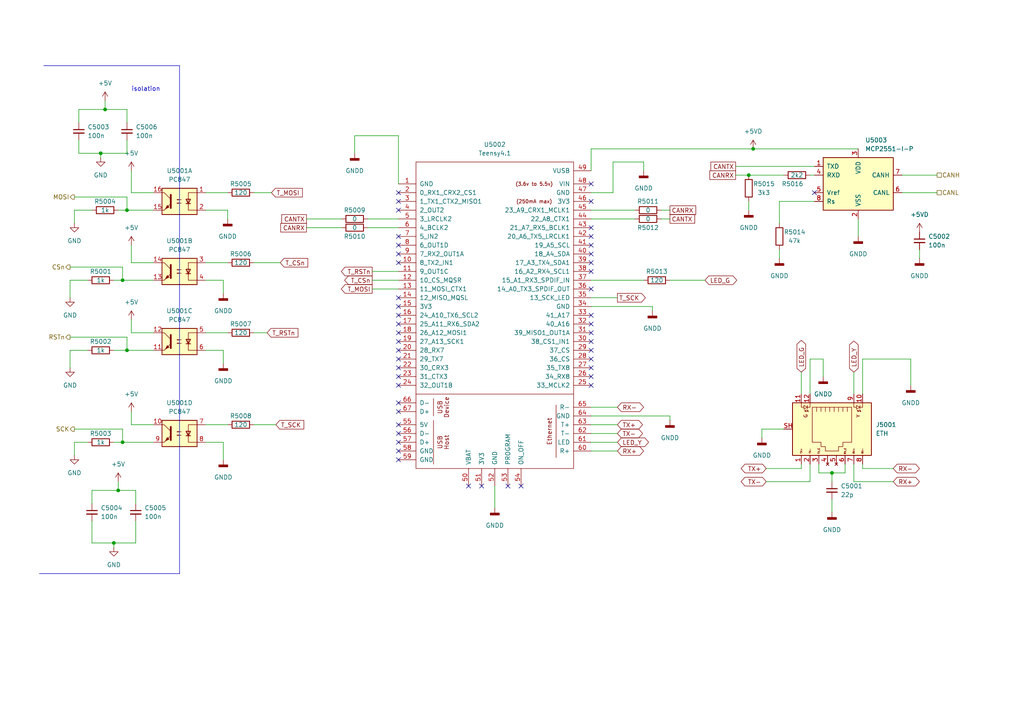
<source format=kicad_sch>
(kicad_sch (version 20231120) (generator "eeschema") (generator_version "8.0")
  (paper "A4")
  (lib_symbols
    (symbol "Device:C_Small" (pin_numbers hide) (pin_names (offset 0.254) hide)
      (property "Reference" "C" (at 0.254 1.778 0))
      (property "Value" "C_Small" (at 0.254 -2.032 0))
      (symbol "C_Small_0_1"
        (polyline (pts (xy -1.524 -0.508) (xy 1.524 -0.508)) (stroke (width 0.3302)))
        (polyline (pts (xy -1.524 0.508) (xy 1.524 0.508)) (stroke (width 0.3048)))
      )
      (symbol "C_Small_1_1"
        (pin passive line (at 0 2.54 270) (length 2.032) (name "~") (number "1"))
        (pin passive line (at 0 -2.54 90) (length 2.032) (name "~") (number "2"))
      )
    )
    (symbol "Device:R" (pin_numbers hide) (pin_names (offset 0))
      (property "Reference" "R" (at 2.032 0 90))
      (property "Value" "R" (at 0 0 90))
      (symbol "R_0_1"
        (rectangle (start -1.016 -2.54) (end 1.016 2.54) (stroke (width 0.254)))
      )
      (symbol "R_1_1"
        (pin passive line (at 0 3.81 270) (length 1.27) (name "~") (number "1"))
        (pin passive line (at 0 -3.81 90) (length 1.27) (name "~") (number "2"))
      )
    )
    (symbol "Interface_CAN_LIN:MCP2551-I-P" (pin_names (offset 1.016))
      (property "Reference" "U" (at -10.16 8.89 0))
      (property "Value" "MCP2551-I-P" (at 2.54 8.89 0))
      (symbol "MCP2551-I-P_0_1"
        (rectangle (start -10.16 7.62) (end 10.16 -7.62) (stroke (width 0.254)) (fill (type background)))
      )
      (symbol "MCP2551-I-P_1_1"
        (pin input line (at -12.7 5.08 0) (length 2.54) (name "TXD") (number "1"))
        (pin power_in line (at 0 -10.16 90) (length 2.54) (name "VSS") (number "2"))
        (pin power_in line (at 0 10.16 270) (length 2.54) (name "VDD") (number "3"))
        (pin output line (at -12.7 2.54 0) (length 2.54) (name "RXD") (number "4"))
        (pin power_out line (at -12.7 -2.54 0) (length 2.54) (name "Vref") (number "5"))
        (pin bidirectional line (at 12.7 -2.54 180) (length 2.54) (name "CANL") (number "6"))
        (pin bidirectional line (at 12.7 2.54 180) (length 2.54) (name "CANH") (number "7"))
        (pin input line (at -12.7 -5.08 0) (length 2.54) (name "Rs") (number "8"))
      )
    )
    (symbol "Isolator:PC847" (pin_names (offset 1.016))
      (property "Reference" "U" (at -5.08 5.08 0))
      (property "Value" "PC847" (at 0 5.08 0))
      (symbol "PC847_0_1"
        (rectangle (start -5.08 3.81) (end 5.08 -3.81) (stroke (width 0.254)) (fill (type background)))
        (polyline (pts (xy -3.175 -0.635) (xy -1.905 -0.635)) (stroke (width 0.254)))
        (polyline (pts (xy 2.54 0.635) (xy 4.445 2.54)))
        (polyline (pts (xy 4.445 -2.54) (xy 2.54 -0.635)) (fill (type outline)))
        (polyline (pts (xy 4.445 -2.54) (xy 5.08 -2.54)))
        (polyline (pts (xy 4.445 2.54) (xy 5.08 2.54)))
        (polyline (pts (xy -2.54 -0.635) (xy -2.54 -2.54) (xy -5.08 -2.54)))
        (polyline (pts (xy 2.54 1.905) (xy 2.54 -1.905) (xy 2.54 -1.905)) (stroke (width 0.508)))
        (polyline (pts (xy -5.08 2.54) (xy -2.54 2.54) (xy -2.54 -1.27) (xy -2.54 0.635)))
        (polyline (pts (xy -2.54 -0.635) (xy -3.175 0.635) (xy -1.905 0.635) (xy -2.54 -0.635)) (stroke (width 0.254)))
        (polyline (pts (xy -0.508 -0.508) (xy 0.762 -0.508) (xy 0.381 -0.635) (xy 0.381 -0.381) (xy 0.762 -0.508)))
        (polyline (pts (xy -0.508 0.508) (xy 0.762 0.508) (xy 0.381 0.381) (xy 0.381 0.635) (xy 0.762 0.508)))
        (polyline (pts (xy 3.048 -1.651) (xy 3.556 -1.143) (xy 4.064 -2.159) (xy 3.048 -1.651) (xy 3.048 -1.651)) (fill (type outline)))
      )
      (symbol "PC847_1_1"
        (pin passive line (at -7.62 2.54 0) (length 2.54) (name "~") (number "1"))
        (pin passive line (at 7.62 -2.54 180) (length 2.54) (name "~") (number "15"))
        (pin passive line (at 7.62 2.54 180) (length 2.54) (name "~") (number "16"))
        (pin passive line (at -7.62 -2.54 0) (length 2.54) (name "~") (number "2"))
      )
      (symbol "PC847_2_1"
        (pin passive line (at 7.62 -2.54 180) (length 2.54) (name "~") (number "13"))
        (pin passive line (at 7.62 2.54 180) (length 2.54) (name "~") (number "14"))
        (pin passive line (at -7.62 2.54 0) (length 2.54) (name "~") (number "3"))
        (pin passive line (at -7.62 -2.54 0) (length 2.54) (name "~") (number "4"))
      )
      (symbol "PC847_3_1"
        (pin passive line (at 7.62 -2.54 180) (length 2.54) (name "~") (number "11"))
        (pin passive line (at 7.62 2.54 180) (length 2.54) (name "~") (number "12"))
        (pin passive line (at -7.62 2.54 0) (length 2.54) (name "~") (number "5"))
        (pin passive line (at -7.62 -2.54 0) (length 2.54) (name "~") (number "6"))
      )
      (symbol "PC847_4_1"
        (pin passive line (at 7.62 2.54 180) (length 2.54) (name "~") (number "10"))
        (pin passive line (at -7.62 2.54 0) (length 2.54) (name "~") (number "7"))
        (pin passive line (at -7.62 -2.54 0) (length 2.54) (name "~") (number "8"))
        (pin passive line (at 7.62 -2.54 180) (length 2.54) (name "~") (number "9"))
      )
    )
    (symbol "power:+5V" (power) (pin_names (offset 0))
      (property "Value" "+5V" (at 0 3.556 0))
      (symbol "+5V_0_1"
        (polyline (pts (xy -0.762 1.27) (xy 0 2.54)))
        (polyline (pts (xy 0 0) (xy 0 2.54)))
        (polyline (pts (xy 0 2.54) (xy 0.762 1.27)))
      )
      (symbol "+5V_1_1"
        (pin power_in line (at 0 0 90) (length 0) hide (name "+5V") (number "1"))
      )
    )
    (symbol "power:+5VD" (power) (pin_names (offset 0))
      (property "Value" "+5VD" (at 0 3.556 0))
      (symbol "+5VD_0_1"
        (polyline (pts (xy -0.762 1.27) (xy 0 2.54)))
        (polyline (pts (xy 0 0) (xy 0 2.54)))
        (polyline (pts (xy 0 2.54) (xy 0.762 1.27)))
      )
      (symbol "+5VD_1_1"
        (pin power_in line (at 0 0 90) (length 0) hide (name "+5VD") (number "1"))
      )
    )
    (symbol "power:GND" (power) (pin_names (offset 0))
      (property "Value" "GND" (at 0 -3.81 0))
      (symbol "GND_0_1"
        (polyline (pts (xy 0 0) (xy 0 -1.27) (xy 1.27 -1.27) (xy 0 -2.54) (xy -1.27 -1.27) (xy 0 -1.27)))
      )
      (symbol "GND_1_1"
        (pin power_in line (at 0 0 270) (length 0) hide (name "GND") (number "1"))
      )
    )
    (symbol "power:GNDD" (power) (pin_names (offset 0))
      (property "Value" "GNDD" (at 0 -3.175 0))
      (symbol "GNDD_0_1"
        (rectangle (start -1.27 -1.524) (end 1.27 -2.032) (stroke (width 0.254)) (fill (type outline)))
        (polyline (pts (xy 0 0) (xy 0 -1.524)))
      )
      (symbol "GNDD_1_1"
        (pin power_in line (at 0 0 270) (length 0) hide (name "GNDD") (number "1"))
      )
    )
    (symbol "teensy:Teensy4.1" (pin_names (offset 1.016))
      (property "Reference" "U" (at 0 64.77 0))
      (property "Value" "Teensy4.1" (at 0 62.23 0))
      (symbol "Teensy4.1_0_0"
        (polyline (pts (xy -22.86 -6.35) (xy 22.86 -6.35)))
        (polyline (pts (xy -17.78 -26.67) (xy -17.78 -13.97)))
        (polyline (pts (xy -17.78 -7.62) (xy -17.78 -12.7)))
        (polyline (pts (xy 17.78 -9.525) (xy 17.78 -24.765)))
        (text "(250mA max)" (at 11.43 49.53 0) (effects (font (size 1.016 1.016))))
        (text "(3.6v to 5.5v)" (at 11.43 54.61 0) (effects (font (size 1.016 1.016))))
        (text "Device" (at -13.97 -10.16 900) (effects (font (size 1.27 1.27))))
        (text "Ethernet" (at 15.875 -17.145 900) (effects (font (size 1.27 1.27))))
        (text "Host" (at -13.97 -20.32 900) (effects (font (size 1.27 1.27))))
        (text "USB" (at -15.875 -20.32 900) (effects (font (size 1.27 1.27))))
        (text "USB" (at -15.875 -10.16 900) (effects (font (size 1.27 1.27))))
        (pin bidirectional line (at -27.94 31.75 0) (length 5.08) (name "8_TX2_IN1") (number "10"))
        (pin bidirectional line (at -27.94 29.21 0) (length 5.08) (name "9_OUT1C") (number "11"))
        (pin bidirectional line (at -27.94 26.67 0) (length 5.08) (name "10_CS_MQSR") (number "12"))
        (pin bidirectional line (at -27.94 24.13 0) (length 5.08) (name "11_MOSI_CTX1") (number "13"))
        (pin bidirectional line (at -27.94 21.59 0) (length 5.08) (name "12_MISO_MQSL") (number "14"))
        (pin power_in line (at -27.94 19.05 0) (length 5.08) (name "3V3") (number "15"))
        (pin bidirectional line (at -27.94 16.51 0) (length 5.08) (name "24_A10_TX6_SCL2") (number "16"))
        (pin bidirectional line (at -27.94 13.97 0) (length 5.08) (name "25_A11_RX6_SDA2") (number "17"))
        (pin bidirectional line (at -27.94 11.43 0) (length 5.08) (name "26_A12_MOSI1") (number "18"))
        (pin bidirectional line (at -27.94 8.89 0) (length 5.08) (name "27_A13_SCK1") (number "19"))
        (pin bidirectional line (at -27.94 6.35 0) (length 5.08) (name "28_RX7") (number "20"))
        (pin bidirectional line (at -27.94 3.81 0) (length 5.08) (name "29_TX7") (number "21"))
        (pin bidirectional line (at -27.94 1.27 0) (length 5.08) (name "30_CRX3") (number "22"))
        (pin bidirectional line (at -27.94 -1.27 0) (length 5.08) (name "31_CTX3") (number "23"))
        (pin bidirectional line (at -27.94 -3.81 0) (length 5.08) (name "32_OUT1B") (number "24"))
        (pin bidirectional line (at 27.94 -3.81 180) (length 5.08) (name "33_MCLK2") (number "25"))
        (pin bidirectional line (at 27.94 -1.27 180) (length 5.08) (name "34_RX8") (number "26"))
        (pin bidirectional line (at 27.94 1.27 180) (length 5.08) (name "35_TX8") (number "27"))
        (pin bidirectional line (at 27.94 3.81 180) (length 5.08) (name "36_CS") (number "28"))
        (pin bidirectional line (at 27.94 6.35 180) (length 5.08) (name "37_CS") (number "29"))
        (pin bidirectional line (at 27.94 8.89 180) (length 5.08) (name "38_CS1_IN1") (number "30"))
        (pin bidirectional line (at 27.94 11.43 180) (length 5.08) (name "39_MISO1_OUT1A") (number "31"))
        (pin bidirectional line (at 27.94 13.97 180) (length 5.08) (name "40_A16") (number "32"))
        (pin bidirectional line (at 27.94 16.51 180) (length 5.08) (name "41_A17") (number "33"))
        (pin bidirectional line (at 27.94 21.59 180) (length 5.08) (name "13_SCK_LED") (number "35"))
        (pin bidirectional line (at 27.94 24.13 180) (length 5.08) (name "14_A0_TX3_SPDIF_OUT") (number "36"))
        (pin bidirectional line (at 27.94 26.67 180) (length 5.08) (name "15_A1_RX3_SPDIF_IN") (number "37"))
        (pin bidirectional line (at 27.94 29.21 180) (length 5.08) (name "16_A2_RX4_SCL1") (number "38"))
        (pin bidirectional line (at 27.94 31.75 180) (length 5.08) (name "17_A3_TX4_SDA1") (number "39"))
        (pin bidirectional line (at 27.94 34.29 180) (length 5.08) (name "18_A4_SDA") (number "40"))
        (pin bidirectional line (at 27.94 36.83 180) (length 5.08) (name "19_A5_SCL") (number "41"))
        (pin bidirectional line (at 27.94 39.37 180) (length 5.08) (name "20_A6_TX5_LRCLK1") (number "42"))
        (pin bidirectional line (at 27.94 41.91 180) (length 5.08) (name "21_A7_RX5_BCLK1") (number "43"))
        (pin bidirectional line (at 27.94 44.45 180) (length 5.08) (name "22_A8_CTX1") (number "44"))
        (pin bidirectional line (at 27.94 46.99 180) (length 5.08) (name "23_A9_CRX1_MCLK1") (number "45"))
        (pin output line (at 27.94 49.53 180) (length 5.08) (name "3V3") (number "46"))
        (pin output line (at 27.94 52.07 180) (length 5.08) (name "GND") (number "47"))
        (pin power_in line (at 27.94 54.61 180) (length 5.08) (name "VIN") (number "48"))
        (pin power_out line (at 27.94 58.42 180) (length 5.08) (name "VUSB") (number "49"))
        (pin bidirectional line (at -27.94 44.45 0) (length 5.08) (name "3_LRCLK2") (number "5"))
        (pin power_in line (at -7.62 -33.02 90) (length 5.08) (name "VBAT") (number "50"))
        (pin power_in line (at -3.81 -33.02 90) (length 5.08) (name "3V3") (number "51"))
        (pin input line (at 0 -33.02 90) (length 5.08) (name "GND") (number "52"))
        (pin input line (at 3.81 -33.02 90) (length 5.08) (name "PROGRAM") (number "53"))
        (pin input line (at 7.62 -33.02 90) (length 5.08) (name "ON_OFF") (number "54"))
        (pin power_out line (at -27.94 -15.24 0) (length 5.08) (name "5V") (number "55"))
        (pin bidirectional line (at -27.94 -17.78 0) (length 5.08) (name "D-") (number "56"))
        (pin bidirectional line (at -27.94 -20.32 0) (length 5.08) (name "D+") (number "57"))
        (pin power_in line (at -27.94 -22.86 0) (length 5.08) (name "GND") (number "58"))
        (pin power_in line (at -27.94 -25.4 0) (length 5.08) (name "GND") (number "59"))
        (pin bidirectional line (at -27.94 41.91 0) (length 5.08) (name "4_BCLK2") (number "6"))
        (pin bidirectional line (at 27.94 -22.86 180) (length 5.08) (name "R+") (number "60"))
        (pin bidirectional line (at 27.94 -20.32 180) (length 5.08) (name "LED") (number "61"))
        (pin bidirectional line (at 27.94 -17.78 180) (length 5.08) (name "T-") (number "62"))
        (pin bidirectional line (at 27.94 -15.24 180) (length 5.08) (name "T+") (number "63"))
        (pin power_in line (at 27.94 -12.7 180) (length 5.08) (name "GND") (number "64"))
        (pin bidirectional line (at 27.94 -10.16 180) (length 5.08) (name "R-") (number "65"))
        (pin bidirectional line (at -27.94 -8.89 0) (length 5.08) (name "D-") (number "66"))
        (pin bidirectional line (at -27.94 -11.43 0) (length 5.08) (name "D+") (number "67"))
        (pin bidirectional line (at -27.94 39.37 0) (length 5.08) (name "5_IN2") (number "7"))
        (pin bidirectional line (at -27.94 36.83 0) (length 5.08) (name "6_OUT1D") (number "8"))
        (pin bidirectional line (at -27.94 34.29 0) (length 5.08) (name "7_RX2_OUT1A") (number "9"))
      )
      (symbol "Teensy4.1_0_1"
        (rectangle (start -22.86 60.96) (end 22.86 -27.94))
        (rectangle (start -20.32 -1.27) (end -20.32 -1.27))
      )
      (symbol "Teensy4.1_1_1"
        (pin power_in line (at -27.94 54.61 0) (length 5.08) (name "GND") (number "1"))
        (pin bidirectional line (at -27.94 52.07 0) (length 5.08) (name "0_RX1_CRX2_CS1") (number "2"))
        (pin bidirectional line (at -27.94 49.53 0) (length 5.08) (name "1_TX1_CTX2_MISO1") (number "3"))
        (pin power_in line (at 27.94 19.05 180) (length 5.08) (name "GND") (number "34"))
        (pin bidirectional line (at -27.94 46.99 0) (length 5.08) (name "2_OUT2") (number "4"))
      )
    )
    (symbol "z_mylib:RJ45_LED_ETH_Shielded"
      (property "Reference" "J" (at -7.62 12.7 0))
      (property "Value" "RJ45_LED_ETH_Shielded" (at 11.43 13.97 0))
      (symbol "RJ45_LED_ETH_Shielded_0_0"
        (text "G" (at -3.81 -7.62 0) (effects (font (size 1 1))))
        (text "RX+" (at 6.35 6.35 0) (effects (font (size 0.5 0.5))))
        (text "RX-" (at 6.35 8.89 0) (effects (font (size 0.5 0.5))))
        (text "RX_C" (at 6.35 3.81 0) (effects (font (size 0.5 0.5))))
        (text "TX+" (at 6.35 -8.89 0) (effects (font (size 0.5 0.5))))
        (text "TX-" (at 6.35 -6.35 0) (effects (font (size 0.5 0.5))))
        (text "TX_C" (at 6.35 -3.81 0) (effects (font (size 0.5 0.5))))
        (text "Y" (at -3.81 7.62 0) (effects (font (size 1 1))))
      )
      (symbol "RJ45_LED_ETH_Shielded_0_1"
        (polyline (pts (xy -7.62 -8.89) (xy -6.35 -8.89)))
        (polyline (pts (xy -7.62 -6.35) (xy -6.35 -6.35)))
        (polyline (pts (xy -7.62 6.35) (xy -6.35 6.35)))
        (polyline (pts (xy -7.62 8.89) (xy -6.35 8.89)))
        (polyline (pts (xy -6.858 -7.112) (xy -5.842 -7.112)))
        (polyline (pts (xy -6.858 8.128) (xy -5.842 8.128)))
        (polyline (pts (xy -6.35 -8.89) (xy -6.35 -8.128)))
        (polyline (pts (xy -6.35 -6.35) (xy -6.35 -7.112)))
        (polyline (pts (xy -6.35 6.35) (xy -6.35 7.112)))
        (polyline (pts (xy -6.35 8.89) (xy -6.35 8.128)))
        (polyline (pts (xy -5.08 -7.493) (xy -5.207 -7.874)))
        (polyline (pts (xy -5.08 -6.858) (xy -5.207 -7.239)))
        (polyline (pts (xy -5.08 3.175) (xy -6.35 3.175)))
        (polyline (pts (xy -5.08 4.445) (xy -6.35 4.445)))
        (polyline (pts (xy -5.08 7.747) (xy -5.207 7.366)))
        (polyline (pts (xy -5.08 8.382) (xy -5.207 8.001)))
        (polyline (pts (xy -6.35 -4.445) (xy -5.08 -4.445) (xy -5.08 -4.445)))
        (polyline (pts (xy -6.35 -3.175) (xy -5.08 -3.175) (xy -5.08 -3.175)))
        (polyline (pts (xy -6.35 -1.905) (xy -5.08 -1.905) (xy -5.08 -1.905)))
        (polyline (pts (xy -6.35 -0.635) (xy -5.08 -0.635) (xy -5.08 -0.635)))
        (polyline (pts (xy -6.35 0.635) (xy -5.08 0.635) (xy -5.08 0.635)))
        (polyline (pts (xy -5.588 -8.001) (xy -5.08 -7.493) (xy -5.461 -7.62)))
        (polyline (pts (xy -5.588 -7.366) (xy -5.08 -6.858) (xy -5.461 -6.985)))
        (polyline (pts (xy -5.588 7.239) (xy -5.08 7.747) (xy -5.461 7.62)))
        (polyline (pts (xy -5.588 7.874) (xy -5.08 8.382) (xy -5.461 8.255)))
        (polyline (pts (xy -5.08 1.905) (xy -6.35 1.905) (xy -6.35 1.905)))
        (polyline (pts (xy -6.35 -7.112) (xy -6.858 -8.128) (xy -5.842 -8.128) (xy -6.35 -7.112)))
        (polyline (pts (xy -6.35 8.128) (xy -6.858 7.112) (xy -5.842 7.112) (xy -6.35 8.128)))
        (polyline (pts (xy -6.35 -5.715) (xy -6.35 5.715) (xy 3.81 5.715) (xy 3.81 3.175) (xy 5.08 3.175) (xy 5.08 1.905) (xy 6.35 1.905) (xy 6.35 -1.905) (xy 5.08 -1.905) (xy 5.08 -3.175) (xy 3.81 -3.175) (xy 3.81 -5.715) (xy -6.35 -5.715) (xy -6.35 -5.715)))
        (rectangle (start 7.62 11.43) (end -7.62 -11.43) (stroke (width 0.254)) (fill (type background)))
      )
      (symbol "RJ45_LED_ETH_Shielded_1_1"
        (pin passive line (at 10.16 -8.89 180) (length 2.54) (name "~") (number "1"))
        (pin passive line (at -10.16 8.89 0) (length 2.54) (name "~") (number "10"))
        (pin passive line (at -10.16 -8.89 0) (length 2.54) (name "~") (number "11"))
        (pin passive line (at -10.16 -6.35 0) (length 2.54) (name "~") (number "12"))
        (pin passive line (at 10.16 -6.35 180) (length 2.54) (name "~") (number "2"))
        (pin passive line (at 10.16 -3.81 180) (length 2.54) (name "~") (number "3"))
        (pin no_connect line (at 10.16 -1.27 180) (length 2.54) (name "~") (number "4"))
        (pin no_connect line (at 10.16 1.27 180) (length 2.54) (name "~") (number "5"))
        (pin passive line (at 10.16 3.81 180) (length 2.54) (name "~") (number "6"))
        (pin passive line (at 10.16 6.35 180) (length 2.54) (name "~") (number "7"))
        (pin passive line (at 10.16 8.89 180) (length 2.54) (name "~") (number "8"))
        (pin passive line (at -10.16 6.35 0) (length 2.54) (name "~") (number "9"))
        (pin passive line (at 0 -13.97 90) (length 2.54) (name "~") (number "SH"))
      )
    )
  )
  (junction (at 241.3 137.16))
  (junction (at 35.56 81.28))
  (junction (at 36.83 101.6))
  (junction (at 35.56 128.27))
  (junction (at 33.02 157.48))
  (junction (at 30.48 31.75))
  (junction (at 217.17 50.8))
  (junction (at 36.83 60.96))
  (junction (at 218.44 43.18))
  (junction (at 34.29 142.24))
  (junction (at 29.21 44.45))
  (no_connect (at 236.22 55.88))
  (no_connect (at 139.7 140.97))
  (no_connect (at 115.57 88.9))
  (no_connect (at 171.45 66.04))
  (no_connect (at 171.45 68.58))
  (no_connect (at 171.45 71.12))
  (no_connect (at 171.45 73.66))
  (no_connect (at 171.45 76.2))
  (no_connect (at 171.45 78.74))
  (no_connect (at 171.45 83.82))
  (no_connect (at 171.45 99.06))
  (no_connect (at 171.45 96.52))
  (no_connect (at 171.45 91.44))
  (no_connect (at 171.45 93.98))
  (no_connect (at 147.32 140.97))
  (no_connect (at 151.13 140.97))
  (no_connect (at 135.89 140.97))
  (no_connect (at 171.45 109.22))
  (no_connect (at 171.45 111.76))
  (no_connect (at 171.45 101.6))
  (no_connect (at 171.45 104.14))
  (no_connect (at 171.45 106.68))
  (no_connect (at 171.45 53.34))
  (no_connect (at 171.45 58.42))
  (no_connect (at 115.57 55.88))
  (no_connect (at 115.57 58.42))
  (no_connect (at 115.57 60.96))
  (no_connect (at 115.57 125.73))
  (no_connect (at 115.57 123.19))
  (no_connect (at 115.57 119.38))
  (no_connect (at 115.57 116.84))
  (no_connect (at 115.57 111.76))
  (no_connect (at 115.57 76.2))
  (no_connect (at 115.57 73.66))
  (no_connect (at 115.57 68.58))
  (no_connect (at 115.57 71.12))
  (no_connect (at 115.57 109.22))
  (no_connect (at 115.57 106.68))
  (no_connect (at 115.57 128.27))
  (no_connect (at 115.57 130.81))
  (no_connect (at 115.57 133.35))
  (no_connect (at 115.57 99.06))
  (no_connect (at 115.57 96.52))
  (no_connect (at 115.57 93.98))
  (no_connect (at 115.57 91.44))
  (no_connect (at 115.57 86.36))
  (no_connect (at 115.57 104.14))
  (no_connect (at 115.57 101.6))
  (wire (pts (xy 44.45 96.52) (xy 38.1 96.52)))
  (wire (pts (xy 33.02 128.27) (xy 35.56 128.27)))
  (wire (pts (xy 234.95 50.8) (xy 236.22 50.8)))
  (wire (pts (xy 171.45 55.88) (xy 177.8 55.88)))
  (wire (pts (xy 44.45 55.88) (xy 38.1 55.88)))
  (wire (pts (xy 26.67 146.05) (xy 26.67 142.24)))
  (wire (pts (xy 35.56 81.28) (xy 44.45 81.28)))
  (wire (pts (xy 234.95 114.3) (xy 234.95 104.14)))
  (wire (pts (xy 261.62 50.8) (xy 271.78 50.8)))
  (wire (pts (xy 73.66 55.88) (xy 78.74 55.88)))
  (wire (pts (xy 237.49 137.16) (xy 241.3 137.16)))
  (wire (pts (xy 264.16 104.14) (xy 264.16 111.76)))
  (wire (pts (xy 191.77 60.96) (xy 194.31 60.96)))
  (wire (pts (xy 59.69 60.96) (xy 66.04 60.96)))
  (wire (pts (xy 238.76 104.14) (xy 238.76 109.22)))
  (wire (pts (xy 171.45 43.18) (xy 171.45 49.53)))
  (wire (pts (xy 213.36 50.8) (xy 217.17 50.8)))
  (wire (pts (xy 106.68 63.5) (xy 115.57 63.5)))
  (wire (pts (xy 261.62 55.88) (xy 271.78 55.88)))
  (wire (pts (xy 250.19 135.89) (xy 259.08 135.89)))
  (wire (pts (xy 30.48 29.21) (xy 30.48 31.75)))
  (wire (pts (xy 171.45 81.28) (xy 186.69 81.28)))
  (wire (pts (xy 21.59 60.96) (xy 26.67 60.96)))
  (wire (pts (xy 171.45 125.73) (xy 179.07 125.73)))
  (wire (pts (xy 73.66 123.19) (xy 80.01 123.19)))
  (wire (pts (xy 33.02 81.28) (xy 35.56 81.28)))
  (wire (pts (xy 250.19 134.62) (xy 250.19 135.89)))
  (wire (pts (xy 88.9 66.04) (xy 99.06 66.04)))
  (wire (pts (xy 115.57 39.37) (xy 102.87 39.37)))
  (wire (pts (xy 171.45 120.65) (xy 194.31 120.65)))
  (wire (pts (xy 115.57 39.37) (xy 115.57 53.34)))
  (wire (pts (xy 234.95 139.7) (xy 222.25 139.7)))
  (polyline (pts (xy 11.43 166.37) (xy 52.07 166.37)))
  (wire (pts (xy 38.1 119.38) (xy 38.1 123.19)))
  (wire (pts (xy 38.1 92.71) (xy 38.1 96.52)))
  (wire (pts (xy 107.95 83.82) (xy 115.57 83.82)))
  (wire (pts (xy 44.45 123.19) (xy 38.1 123.19)))
  (wire (pts (xy 59.69 55.88) (xy 66.04 55.88)))
  (wire (pts (xy 30.48 31.75) (xy 36.83 31.75)))
  (wire (pts (xy 36.83 60.96) (xy 44.45 60.96)))
  (wire (pts (xy 226.06 72.39) (xy 226.06 74.93)))
  (wire (pts (xy 107.95 81.28) (xy 115.57 81.28)))
  (wire (pts (xy 25.4 101.6) (xy 20.32 101.6)))
  (wire (pts (xy 171.45 128.27) (xy 179.07 128.27)))
  (wire (pts (xy 33.02 157.48) (xy 26.67 157.48)))
  (wire (pts (xy 222.25 135.89) (xy 232.41 135.89)))
  (wire (pts (xy 186.69 46.99) (xy 186.69 49.53)))
  (wire (pts (xy 21.59 124.46) (xy 35.56 124.46)))
  (wire (pts (xy 35.56 128.27) (xy 35.56 124.46)))
  (wire (pts (xy 220.98 124.46) (xy 220.98 127)))
  (wire (pts (xy 21.59 64.77) (xy 21.59 60.96)))
  (wire (pts (xy 21.59 57.15) (xy 36.83 57.15)))
  (wire (pts (xy 34.29 139.7) (xy 34.29 142.24)))
  (polyline (pts (xy 52.07 19.05) (xy 52.07 166.37)))
  (wire (pts (xy 59.69 81.28) (xy 64.77 81.28)))
  (wire (pts (xy 232.41 134.62) (xy 232.41 135.89)))
  (wire (pts (xy 21.59 128.27) (xy 21.59 132.08)))
  (wire (pts (xy 59.69 76.2) (xy 66.04 76.2)))
  (wire (pts (xy 248.92 43.18) (xy 218.44 43.18)))
  (wire (pts (xy 237.49 134.62) (xy 237.49 137.16)))
  (wire (pts (xy 241.3 137.16) (xy 241.3 139.7)))
  (wire (pts (xy 177.8 55.88) (xy 177.8 46.99)))
  (wire (pts (xy 241.3 137.16) (xy 245.11 137.16)))
  (wire (pts (xy 213.36 48.26) (xy 236.22 48.26)))
  (wire (pts (xy 36.83 101.6) (xy 36.83 97.79)))
  (wire (pts (xy 26.67 142.24) (xy 34.29 142.24)))
  (wire (pts (xy 36.83 31.75) (xy 36.83 35.56)))
  (polyline (pts (xy 12.7 19.05) (xy 52.07 19.05)))
  (wire (pts (xy 38.1 71.12) (xy 38.1 76.2)))
  (wire (pts (xy 259.08 139.7) (xy 247.65 139.7)))
  (wire (pts (xy 36.83 40.64) (xy 36.83 44.45)))
  (wire (pts (xy 171.45 86.36) (xy 179.07 86.36)))
  (wire (pts (xy 73.66 96.52) (xy 77.47 96.52)))
  (wire (pts (xy 220.98 124.46) (xy 227.33 124.46)))
  (wire (pts (xy 247.65 139.7) (xy 247.65 134.62)))
  (wire (pts (xy 26.67 157.48) (xy 26.67 151.13)))
  (wire (pts (xy 33.02 101.6) (xy 36.83 101.6)))
  (wire (pts (xy 39.37 157.48) (xy 33.02 157.48)))
  (wire (pts (xy 64.77 128.27) (xy 64.77 133.35)))
  (wire (pts (xy 234.95 134.62) (xy 234.95 139.7)))
  (wire (pts (xy 59.69 96.52) (xy 66.04 96.52)))
  (wire (pts (xy 34.29 60.96) (xy 36.83 60.96)))
  (wire (pts (xy 20.32 81.28) (xy 25.4 81.28)))
  (wire (pts (xy 38.1 49.53) (xy 38.1 55.88)))
  (wire (pts (xy 171.45 123.19) (xy 179.07 123.19)))
  (wire (pts (xy 29.21 44.45) (xy 22.86 44.45)))
  (wire (pts (xy 171.45 118.11) (xy 179.07 118.11)))
  (wire (pts (xy 66.04 60.96) (xy 66.04 63.5)))
  (wire (pts (xy 171.45 60.96) (xy 184.15 60.96)))
  (wire (pts (xy 171.45 63.5) (xy 184.15 63.5)))
  (wire (pts (xy 107.95 78.74) (xy 115.57 78.74)))
  (wire (pts (xy 64.77 81.28) (xy 64.77 85.09)))
  (wire (pts (xy 236.22 58.42) (xy 226.06 58.42)))
  (wire (pts (xy 226.06 58.42) (xy 226.06 64.77)))
  (wire (pts (xy 36.83 101.6) (xy 44.45 101.6)))
  (wire (pts (xy 191.77 63.5) (xy 194.31 63.5)))
  (wire (pts (xy 102.87 39.37) (xy 102.87 44.45)))
  (wire (pts (xy 245.11 137.16) (xy 245.11 134.62)))
  (wire (pts (xy 36.83 60.96) (xy 36.83 57.15)))
  (wire (pts (xy 171.45 130.81) (xy 179.07 130.81)))
  (wire (pts (xy 194.31 81.28) (xy 204.47 81.28)))
  (wire (pts (xy 64.77 101.6) (xy 64.77 105.41)))
  (wire (pts (xy 248.92 63.5) (xy 248.92 68.58)))
  (wire (pts (xy 39.37 142.24) (xy 39.37 146.05)))
  (wire (pts (xy 44.45 76.2) (xy 38.1 76.2)))
  (wire (pts (xy 177.8 46.99) (xy 186.69 46.99)))
  (wire (pts (xy 22.86 35.56) (xy 22.86 31.75)))
  (wire (pts (xy 232.41 107.95) (xy 232.41 114.3)))
  (wire (pts (xy 20.32 77.47) (xy 35.56 77.47)))
  (wire (pts (xy 25.4 128.27) (xy 21.59 128.27)))
  (wire (pts (xy 247.65 107.95) (xy 247.65 114.3)))
  (wire (pts (xy 22.86 31.75) (xy 30.48 31.75)))
  (wire (pts (xy 106.68 66.04) (xy 115.57 66.04)))
  (wire (pts (xy 217.17 58.42) (xy 217.17 60.96)))
  (wire (pts (xy 20.32 101.6) (xy 20.32 106.68)))
  (wire (pts (xy 20.32 97.79) (xy 36.83 97.79)))
  (wire (pts (xy 241.3 144.78) (xy 241.3 148.59)))
  (wire (pts (xy 88.9 63.5) (xy 99.06 63.5)))
  (wire (pts (xy 29.21 44.45) (xy 29.21 45.72)))
  (wire (pts (xy 20.32 86.36) (xy 20.32 81.28)))
  (wire (pts (xy 194.31 120.65) (xy 194.31 121.92)))
  (wire (pts (xy 22.86 44.45) (xy 22.86 40.64)))
  (wire (pts (xy 34.29 142.24) (xy 39.37 142.24)))
  (wire (pts (xy 59.69 123.19) (xy 66.04 123.19)))
  (wire (pts (xy 59.69 101.6) (xy 64.77 101.6)))
  (wire (pts (xy 250.19 114.3) (xy 250.19 104.14)))
  (wire (pts (xy 217.17 50.8) (xy 227.33 50.8)))
  (wire (pts (xy 36.83 44.45) (xy 29.21 44.45)))
  (wire (pts (xy 234.95 104.14) (xy 238.76 104.14)))
  (wire (pts (xy 73.66 76.2) (xy 81.28 76.2)))
  (wire (pts (xy 171.45 88.9) (xy 189.23 88.9)))
  (wire (pts (xy 59.69 128.27) (xy 64.77 128.27)))
  (wire (pts (xy 266.7 72.39) (xy 266.7 74.93)))
  (wire (pts (xy 189.23 88.9) (xy 189.23 90.17)))
  (wire (pts (xy 218.44 43.18) (xy 171.45 43.18)))
  (wire (pts (xy 35.56 128.27) (xy 44.45 128.27)))
  (wire (pts (xy 35.56 81.28) (xy 35.56 77.47)))
  (wire (pts (xy 39.37 151.13) (xy 39.37 157.48)))
  (wire (pts (xy 250.19 104.14) (xy 264.16 104.14)))
  (wire (pts (xy 33.02 158.75) (xy 33.02 157.48)))
  (wire (pts (xy 143.51 140.97) (xy 143.51 147.32)))
  (text "isolation\n" (at 38.1 26.67 0) (effects (font (size 1.27 1.27)) (justify left bottom)))
  (global_label "LED_G" (shape bidirectional) (at 204.47 81.28 0) (property "Intersheetrefs" "${INTERSHEET_REFS}" (effects (hide yes))))
  (global_label "LED_G" (shape bidirectional) (at 232.41 107.95 90) (property "Intersheetrefs" "${INTERSHEET_REFS}" (effects (hide yes))))
  (global_label "CANTX" (shape passive) (at 194.31 63.5 0) (property "Intersheetrefs" "${INTERSHEET_REFS}" (effects (hide yes))))
  (global_label "RX-" (shape bidirectional) (at 259.08 135.89 0) (property "Intersheetrefs" "${INTERSHEET_REFS}" (effects (hide yes))))
  (global_label "TX+" (shape bidirectional) (at 179.07 123.19 0) (property "Intersheetrefs" "${INTERSHEET_REFS}" (effects (hide yes))))
  (global_label "RX-" (shape bidirectional) (at 179.07 118.11 0) (property "Intersheetrefs" "${INTERSHEET_REFS}" (effects (hide yes))))
  (global_label "T_RSTn" (shape input) (at 77.47 96.52 0) (property "Intersheetrefs" "${INTERSHEET_REFS}" (effects (hide yes))))
  (global_label "CANTX" (shape passive) (at 213.36 48.26 180) (property "Intersheetrefs" "${INTERSHEET_REFS}" (effects (hide yes))))
  (global_label "TX-" (shape bidirectional) (at 179.07 125.73 0) (property "Intersheetrefs" "${INTERSHEET_REFS}" (effects (hide yes))))
  (global_label "TX+" (shape bidirectional) (at 222.25 135.89 180) (property "Intersheetrefs" "${INTERSHEET_REFS}" (effects (hide yes))))
  (global_label "CANRX" (shape passive) (at 194.31 60.96 0) (property "Intersheetrefs" "${INTERSHEET_REFS}" (effects (hide yes))))
  (global_label "LED_Y" (shape bidirectional) (at 179.07 128.27 0) (property "Intersheetrefs" "${INTERSHEET_REFS}" (effects (hide yes))))
  (global_label "T_SCK" (shape output) (at 179.07 86.36 0) (property "Intersheetrefs" "${INTERSHEET_REFS}" (effects (hide yes))))
  (global_label "T_CSn" (shape input) (at 81.28 76.2 0) (property "Intersheetrefs" "${INTERSHEET_REFS}" (effects (hide yes))))
  (global_label "T_SCK" (shape input) (at 80.01 123.19 0) (property "Intersheetrefs" "${INTERSHEET_REFS}" (effects (hide yes))))
  (global_label "T_RSTn" (shape output) (at 107.95 78.74 180) (property "Intersheetrefs" "${INTERSHEET_REFS}" (effects (hide yes))))
  (global_label "TX-" (shape bidirectional) (at 222.25 139.7 180) (property "Intersheetrefs" "${INTERSHEET_REFS}" (effects (hide yes))))
  (global_label "CANTX" (shape passive) (at 88.9 63.5 180) (property "Intersheetrefs" "${INTERSHEET_REFS}" (effects (hide yes))))
  (global_label "T_CSn" (shape output) (at 107.95 81.28 180) (property "Intersheetrefs" "${INTERSHEET_REFS}" (effects (hide yes))))
  (global_label "RX+" (shape bidirectional) (at 259.08 139.7 0) (property "Intersheetrefs" "${INTERSHEET_REFS}" (effects (hide yes))))
  (global_label "CANRX" (shape passive) (at 213.36 50.8 180) (property "Intersheetrefs" "${INTERSHEET_REFS}" (effects (hide yes))))
  (global_label "CANRX" (shape passive) (at 88.9 66.04 180) (property "Intersheetrefs" "${INTERSHEET_REFS}" (effects (hide yes))))
  (global_label "T_MOSI" (shape output) (at 107.95 83.82 180) (property "Intersheetrefs" "${INTERSHEET_REFS}" (effects (hide yes))))
  (global_label "LED_Y" (shape bidirectional) (at 247.65 107.95 90) (property "Intersheetrefs" "${INTERSHEET_REFS}" (effects (hide yes))))
  (global_label "T_MOSI" (shape input) (at 78.74 55.88 0) (property "Intersheetrefs" "${INTERSHEET_REFS}" (effects (hide yes))))
  (global_label "RX+" (shape bidirectional) (at 179.07 130.81 0) (property "Intersheetrefs" "${INTERSHEET_REFS}" (effects (hide yes))))
  (hierarchical_label "RSTn" (shape output) (at 20.32 97.79 180))
  (hierarchical_label "MOSI" (shape output) (at 21.59 57.15 180))
  (hierarchical_label "CANL" (shape passive) (at 271.78 55.88 0))
  (hierarchical_label "CANH" (shape passive) (at 271.78 50.8 0))
  (hierarchical_label "CSn" (shape output) (at 20.32 77.47 180))
  (hierarchical_label "SCK" (shape output) (at 21.59 124.46 180))
  (symbol (lib_id "Device:R") (at 69.85 96.52 90) (unit 1)
    (property "Reference" "R5007" (at 69.85 93.98 90))
    (property "Value" "120" (at 69.85 96.52 90))
    (property "Footprint" "Resistor_SMD:R_0805_2012Metric" (effects (hide yes)))
  )
  (symbol (lib_id "power:GNDD") (at 241.3 148.59 0) (unit 1)
    (property "Reference" "#PWR0125" (effects (hide yes)))
    (property "Value" "GNDD" (at 241.3 153.67 0))
  )
  (symbol (lib_id "power:GNDD") (at 266.7 74.93 0) (unit 1)
    (property "Reference" "#PWR0129" (effects (hide yes)))
    (property "Value" "GNDD" (at 266.7 80.01 0))
  )
  (symbol (lib_id "z_mylib:RJ45_LED_ETH_Shielded") (at 241.3 124.46 270) (unit 1)
    (property "Reference" "J5001" (at 254 123.1899 90) (effects (justify left)))
    (property "Value" "ETH" (at 254 125.7299 90) (effects (justify left)))
    (property "Footprint" "z_mylib:RJ45_LED_Shield" (effects (hide yes)))
    (property "Datasheet" "https://www.electrokit.com/uploads/productfile/41010/MagJack.pdf" (effects (hide yes)))
  )
  (symbol (lib_id "power:GNDD") (at 102.87 44.45 0) (unit 1)
    (property "Reference" "#PWR0149" (effects (hide yes)))
    (property "Value" "GNDD" (at 102.87 49.53 0))
  )
  (symbol (lib_id "power:+5VD") (at 218.44 43.18 0) (unit 1)
    (property "Reference" "#PWR0128" (effects (hide yes)))
    (property "Value" "+5VD" (at 218.44 38.1 0))
  )
  (symbol (lib_id "Device:R") (at 190.5 81.28 90) (unit 1)
    (property "Reference" "R5013" (at 190.5 78.74 90))
    (property "Value" "120" (at 190.5 81.28 90))
    (property "Footprint" "Resistor_SMD:R_0805_2012Metric" (effects (hide yes)))
  )
  (symbol (lib_id "power:GNDD") (at 217.17 60.96 0) (unit 1)
    (property "Reference" "#PWR05001" (effects (hide yes)))
    (property "Value" "GNDD" (at 217.17 66.04 0))
  )
  (symbol (lib_id "Device:R") (at 69.85 76.2 90) (unit 1)
    (property "Reference" "R5006" (at 69.85 73.66 90))
    (property "Value" "120" (at 69.85 76.2 90))
    (property "Footprint" "Resistor_SMD:R_0805_2012Metric" (effects (hide yes)))
  )
  (symbol (lib_id "power:GNDD") (at 189.23 90.17 0) (unit 1)
    (property "Reference" "#PWR0133" (effects (hide yes)))
    (property "Value" "GNDD" (at 189.23 95.25 0))
  )
  (symbol (lib_id "Isolator:PC847") (at 52.07 78.74 0) (mirror y) (unit 2)
    (property "Reference" "U5001" (at 52.07 69.85 0))
    (property "Value" "PC847" (at 52.07 72.39 0))
    (property "Footprint" "Package_DIP:DIP-16_W7.62mm" (effects (hide yes)))
    (property "Datasheet" "http://www.soselectronic.cz/a_info/resource/d/pc817.pdf" (effects (hide yes)))
  )
  (symbol (lib_id "power:GNDD") (at 264.16 111.76 0) (unit 1)
    (property "Reference" "#PWR0126" (effects (hide yes)))
    (property "Value" "GNDD" (at 264.16 116.84 0))
  )
  (symbol (lib_id "Device:C_Small") (at 26.67 148.59 0) (unit 1)
    (property "Reference" "C5004" (at 29.21 147.3262 0) (effects (justify left)))
    (property "Value" "100n" (at 29.21 149.8662 0) (effects (justify left)))
    (property "Footprint" "Capacitor_SMD:C_0805_2012Metric" (effects (hide yes)))
  )
  (symbol (lib_id "power:GND") (at 20.32 106.68 0) (unit 1)
    (property "Reference" "#PWR0139" (effects (hide yes)))
    (property "Value" "GND" (at 20.32 111.76 0))
  )
  (symbol (lib_id "Device:R") (at 102.87 66.04 90) (unit 1)
    (property "Reference" "R5010" (at 102.87 68.58 90))
    (property "Value" "0" (at 102.87 66.04 90))
    (property "Footprint" "Resistor_SMD:R_0805_2012Metric" (effects (hide yes)))
  )
  (symbol (lib_id "Device:R") (at 69.85 55.88 90) (unit 1)
    (property "Reference" "R5005" (at 69.85 53.34 90))
    (property "Value" "120" (at 69.85 55.88 90))
    (property "Footprint" "Resistor_SMD:R_0805_2012Metric" (effects (hide yes)))
  )
  (symbol (lib_id "Device:C_Small") (at 39.37 148.59 0) (unit 1)
    (property "Reference" "C5005" (at 41.91 147.3262 0) (effects (justify left)))
    (property "Value" "100n" (at 41.91 149.8662 0) (effects (justify left)))
    (property "Footprint" "Capacitor_SMD:C_0805_2012Metric" (effects (hide yes)))
  )
  (symbol (lib_id "power:GND") (at 21.59 132.08 0) (unit 1)
    (property "Reference" "#PWR0140" (effects (hide yes)))
    (property "Value" "GND" (at 21.59 137.16 0))
  )
  (symbol (lib_id "power:+5V") (at 34.29 139.7 0) (unit 1)
    (property "Reference" "#PWR05004" (effects (hide yes)))
    (property "Value" "+5V" (at 34.29 134.62 0))
  )
  (symbol (lib_id "Device:R") (at 29.21 101.6 90) (unit 1)
    (property "Reference" "R5002" (at 29.21 99.06 90))
    (property "Value" "1k" (at 29.21 101.6 90))
    (property "Footprint" "Resistor_SMD:R_0805_2012Metric" (effects (hide yes)))
  )
  (symbol (lib_id "Device:R") (at 226.06 68.58 180) (unit 1)
    (property "Reference" "R5014" (at 227.33 67.31 0) (effects (justify right)))
    (property "Value" "47k" (at 228.6 69.8499 0) (effects (justify right)))
    (property "Footprint" "Resistor_SMD:R_0805_2012Metric" (effects (hide yes)))
  )
  (symbol (lib_id "power:GNDD") (at 143.51 147.32 0) (unit 1)
    (property "Reference" "#PWR0135" (effects (hide yes)))
    (property "Value" "GNDD" (at 143.51 152.4 0))
  )
  (symbol (lib_id "Isolator:PC847") (at 52.07 58.42 0) (mirror y) (unit 1)
    (property "Reference" "U5001" (at 52.07 49.53 0))
    (property "Value" "PC847" (at 52.07 52.07 0))
    (property "Footprint" "Package_DIP:DIP-16_W7.62mm" (effects (hide yes)))
    (property "Datasheet" "http://www.soselectronic.cz/a_info/resource/d/pc817.pdf" (effects (hide yes)))
  )
  (symbol (lib_id "power:GNDD") (at 64.77 85.09 0) (unit 1)
    (property "Reference" "#PWR0137" (effects (hide yes)))
    (property "Value" "GNDD" (at 64.77 90.17 0))
  )
  (symbol (lib_id "Device:C_Small") (at 266.7 69.85 0) (unit 1)
    (property "Reference" "C5002" (at 269.24 68.5862 0) (effects (justify left)))
    (property "Value" "100n" (at 269.24 71.1262 0) (effects (justify left)))
    (property "Footprint" "Capacitor_SMD:C_0805_2012Metric" (effects (hide yes)))
  )
  (symbol (lib_id "Device:R") (at 69.85 123.19 90) (unit 1)
    (property "Reference" "R5008" (at 69.85 120.65 90))
    (property "Value" "120" (at 69.85 123.19 90))
    (property "Footprint" "Resistor_SMD:R_0805_2012Metric" (effects (hide yes)))
  )
  (symbol (lib_id "Device:R") (at 187.96 60.96 90) (unit 1)
    (property "Reference" "R5011" (at 187.96 58.42 90))
    (property "Value" "0" (at 187.96 60.96 90))
    (property "Footprint" "Resistor_SMD:R_0805_2012Metric" (effects (hide yes)))
  )
  (symbol (lib_id "Isolator:PC847") (at 52.07 99.06 0) (mirror y) (unit 3)
    (property "Reference" "U5001" (at 52.07 90.17 0))
    (property "Value" "PC847" (at 52.07 92.71 0))
    (property "Footprint" "Package_DIP:DIP-16_W7.62mm" (effects (hide yes)))
    (property "Datasheet" "http://www.soselectronic.cz/a_info/resource/d/pc817.pdf" (effects (hide yes)))
  )
  (symbol (lib_id "power:GNDD") (at 238.76 109.22 0) (unit 1)
    (property "Reference" "#PWR0124" (effects (hide yes)))
    (property "Value" "GNDD" (at 238.76 114.3 0))
  )
  (symbol (lib_id "power:GND") (at 21.59 64.77 0) (unit 1)
    (property "Reference" "#PWR0144" (effects (hide yes)))
    (property "Value" "GND" (at 21.59 69.85 0))
  )
  (symbol (lib_id "power:+5V") (at 38.1 92.71 0) (unit 1)
    (property "Reference" "#PWR0142" (effects (hide yes)))
    (property "Value" "+5V" (at 38.1 87.63 0))
  )
  (symbol (lib_id "power:GND") (at 29.21 45.72 0) (unit 1)
    (property "Reference" "#PWR05005" (effects (hide yes)))
    (property "Value" "GND" (at 29.21 50.8 0))
  )
  (symbol (lib_id "teensy:Teensy4.1") (at 143.51 107.95 0) (unit 1)
    (property "Reference" "U5002" (at 143.51 41.91 0))
    (property "Value" "Teensy4.1" (at 143.51 44.45 0))
    (property "Footprint" "teensy:Teensy41" (effects (hide yes)))
  )
  (symbol (lib_id "Device:R") (at 29.21 128.27 90) (unit 1)
    (property "Reference" "R5003" (at 29.21 125.73 90))
    (property "Value" "1k" (at 29.21 128.27 90))
    (property "Footprint" "Resistor_SMD:R_0805_2012Metric" (effects (hide yes)))
  )
  (symbol (lib_id "power:GND") (at 20.32 86.36 0) (unit 1)
    (property "Reference" "#PWR0141" (effects (hide yes)))
    (property "Value" "GND" (at 20.32 91.44 0))
  )
  (symbol (lib_id "power:GNDD") (at 194.31 121.92 0) (unit 1)
    (property "Reference" "#PWR0134" (effects (hide yes)))
    (property "Value" "GNDD" (at 194.31 127 0))
  )
  (symbol (lib_id "power:+5V") (at 30.48 29.21 0) (unit 1)
    (property "Reference" "#PWR05003" (effects (hide yes)))
    (property "Value" "+5V" (at 30.48 24.13 0))
  )
  (symbol (lib_id "power:GNDD") (at 220.98 127 0) (unit 1)
    (property "Reference" "#PWR05002" (effects (hide yes)))
    (property "Value" "GNDD" (at 220.98 132.08 0))
  )
  (symbol (lib_id "power:+5V") (at 38.1 49.53 0) (unit 1)
    (property "Reference" "#PWR0145" (effects (hide yes)))
    (property "Value" "+5V" (at 38.1 44.45 0))
  )
  (symbol (lib_id "power:+5VD") (at 266.7 67.31 0) (unit 1)
    (property "Reference" "#PWR0130" (effects (hide yes)))
    (property "Value" "+5VD" (at 266.7 62.23 0))
  )
  (symbol (lib_id "Device:R") (at 187.96 63.5 90) (unit 1)
    (property "Reference" "R5012" (at 187.96 66.04 90))
    (property "Value" "0" (at 187.96 63.5 90))
    (property "Footprint" "Resistor_SMD:R_0805_2012Metric" (effects (hide yes)))
  )
  (symbol (lib_id "Device:R") (at 30.48 60.96 90) (unit 1)
    (property "Reference" "R5004" (at 30.48 58.42 90))
    (property "Value" "1k" (at 30.48 60.96 90))
    (property "Footprint" "Resistor_SMD:R_0805_2012Metric" (effects (hide yes)))
  )
  (symbol (lib_id "power:+5V") (at 38.1 71.12 0) (unit 1)
    (property "Reference" "#PWR0146" (effects (hide yes)))
    (property "Value" "+5V" (at 38.1 66.04 0))
  )
  (symbol (lib_id "power:+5V") (at 38.1 119.38 0) (unit 1)
    (property "Reference" "#PWR0143" (effects (hide yes)))
    (property "Value" "+5V" (at 38.1 114.3 0))
  )
  (symbol (lib_id "Isolator:PC847") (at 52.07 125.73 0) (mirror y) (unit 4)
    (property "Reference" "U5001" (at 52.07 116.84 0))
    (property "Value" "PC847" (at 52.07 119.38 0))
    (property "Footprint" "Package_DIP:DIP-16_W7.62mm" (effects (hide yes)))
    (property "Datasheet" "http://www.soselectronic.cz/a_info/resource/d/pc817.pdf" (effects (hide yes)))
  )
  (symbol (lib_id "Device:C_Small") (at 22.86 38.1 0) (unit 1)
    (property "Reference" "C5003" (at 25.4 36.8362 0) (effects (justify left)))
    (property "Value" "100n" (at 25.4 39.3762 0) (effects (justify left)))
    (property "Footprint" "Capacitor_SMD:C_0805_2012Metric" (effects (hide yes)))
  )
  (symbol (lib_id "Interface_CAN_LIN:MCP2551-I-P") (at 248.92 53.34 0) (unit 1)
    (property "Reference" "U5003" (at 250.9394 40.64 0) (effects (justify left)))
    (property "Value" "MCP2551-I-P" (at 250.9394 43.18 0) (effects (justify left)))
    (property "Footprint" "Package_DIP:DIP-8_W7.62mm" (effects (hide yes)))
    (property "Datasheet" "http://ww1.microchip.com/downloads/en/devicedoc/21667d.pdf" (effects (hide yes)))
  )
  (symbol (lib_id "Device:C_Small") (at 36.83 38.1 0) (unit 1)
    (property "Reference" "C5006" (at 39.37 36.8362 0) (effects (justify left)))
    (property "Value" "100n" (at 39.37 39.3762 0) (effects (justify left)))
    (property "Footprint" "Capacitor_SMD:C_0805_2012Metric" (effects (hide yes)))
  )
  (symbol (lib_id "power:GNDD") (at 186.69 49.53 0) (unit 1)
    (property "Reference" "#PWR0132" (effects (hide yes)))
    (property "Value" "GNDD" (at 186.69 54.61 0))
  )
  (symbol (lib_id "Device:R") (at 217.17 54.61 180) (unit 1)
    (property "Reference" "R5015" (at 218.44 53.34 0) (effects (justify right)))
    (property "Value" "3k3" (at 219.71 55.8799 0) (effects (justify right)))
    (property "Footprint" "Resistor_SMD:R_0805_2012Metric" (effects (hide yes)))
  )
  (symbol (lib_id "power:GNDD") (at 66.04 63.5 0) (unit 1)
    (property "Reference" "#PWR0136" (effects (hide yes)))
    (property "Value" "GNDD" (at 66.04 68.58 0))
  )
  (symbol (lib_id "power:GND") (at 33.02 158.75 0) (unit 1)
    (property "Reference" "#PWR05006" (effects (hide yes)))
    (property "Value" "GND" (at 33.02 163.83 0))
  )
  (symbol (lib_id "Device:R") (at 102.87 63.5 90) (unit 1)
    (property "Reference" "R5009" (at 102.87 60.96 90))
    (property "Value" "0" (at 102.87 63.5 90))
    (property "Footprint" "Resistor_SMD:R_0805_2012Metric" (effects (hide yes)))
  )
  (symbol (lib_id "power:GNDD") (at 64.77 105.41 0) (unit 1)
    (property "Reference" "#PWR0147" (effects (hide yes)))
    (property "Value" "GNDD" (at 64.77 110.49 0))
  )
  (symbol (lib_id "Device:R") (at 29.21 81.28 90) (unit 1)
    (property "Reference" "R5001" (at 29.21 78.74 90))
    (property "Value" "1k" (at 29.21 81.28 90))
    (property "Footprint" "Resistor_SMD:R_0805_2012Metric" (effects (hide yes)))
  )
  (symbol (lib_id "power:GNDD") (at 64.77 133.35 0) (unit 1)
    (property "Reference" "#PWR0148" (effects (hide yes)))
    (property "Value" "GNDD" (at 64.77 138.43 0))
  )
  (symbol (lib_id "power:GNDD") (at 248.92 68.58 0) (unit 1)
    (property "Reference" "#PWR0127" (effects (hide yes)))
    (property "Value" "GNDD" (at 248.92 73.66 0))
  )
  (symbol (lib_id "Device:R") (at 231.14 50.8 90) (unit 1)
    (property "Reference" "R5016" (at 229.87 53.34 90))
    (property "Value" "2k2" (at 231.14 50.8 90))
    (property "Footprint" "Resistor_SMD:R_0805_2012Metric" (effects (hide yes)))
  )
  (symbol (lib_id "power:GNDD") (at 226.06 74.93 0) (unit 1)
    (property "Reference" "#PWR0131" (effects (hide yes)))
    (property "Value" "GNDD" (at 226.06 80.01 0))
  )
  (symbol (lib_id "Device:C_Small") (at 241.3 142.24 0) (unit 1)
    (property "Reference" "C5001" (at 243.84 140.9762 0) (effects (justify left)))
    (property "Value" "22p" (at 243.84 143.5162 0) (effects (justify left)))
    (property "Footprint" "Capacitor_SMD:C_0805_2012Metric" (effects (hide yes)))
  )
)
</source>
